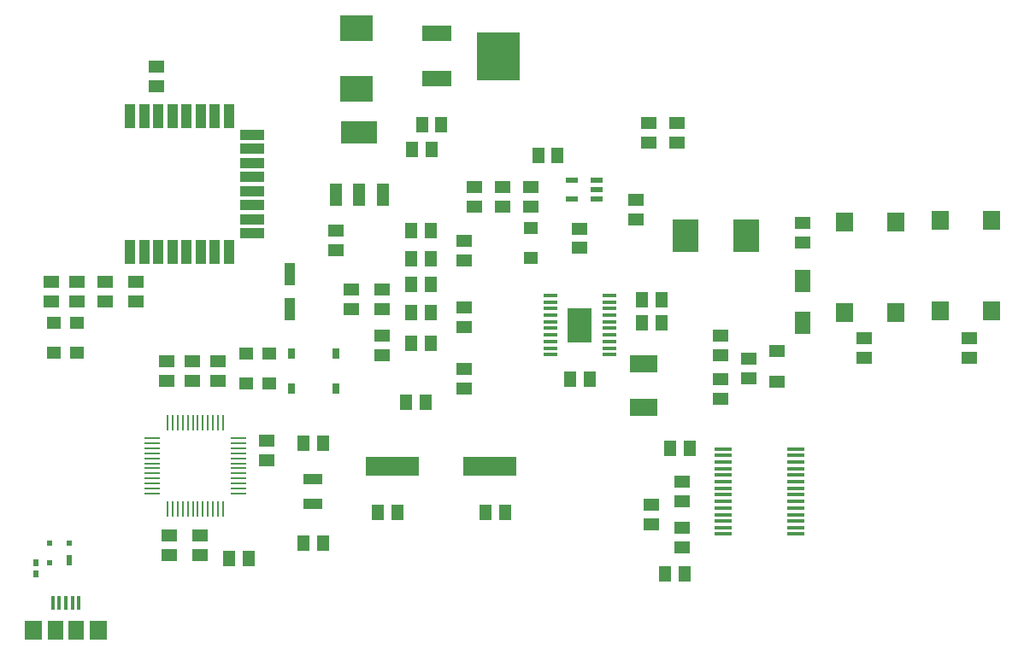
<source format=gbr>
G04 EAGLE Gerber RS-274X export*
G75*
%MOMM*%
%FSLAX34Y34*%
%LPD*%
%INSolderpaste Top*%
%IPPOS*%
%AMOC8*
5,1,8,0,0,1.08239X$1,22.5*%
G01*
%ADD10R,1.500000X1.300000*%
%ADD11R,1.300000X1.500000*%
%ADD12R,1.900000X1.100000*%
%ADD13R,1.600000X1.300000*%
%ADD14R,0.700000X1.100000*%
%ADD15R,1.500000X0.280000*%
%ADD16R,0.280000X1.500000*%
%ADD17R,1.550000X2.200000*%
%ADD18R,1.473200X0.355600*%
%ADD19R,2.387600X3.403600*%
%ADD20R,2.500000X3.250000*%
%ADD21R,2.700000X1.800000*%
%ADD22R,1.219000X2.235000*%
%ADD23R,3.600000X2.200000*%
%ADD24R,3.250000X2.500000*%
%ADD25R,3.000000X1.600000*%
%ADD26R,4.191000X4.826000*%
%ADD27R,1.000000X2.300000*%
%ADD28R,1.651000X0.431800*%
%ADD29R,5.334000X1.930400*%
%ADD30R,1.400000X1.200000*%
%ADD31R,1.000000X2.450000*%
%ADD32R,2.450000X1.000000*%
%ADD33R,0.500000X0.700000*%
%ADD34R,0.600000X1.000000*%
%ADD35R,0.600000X0.600000*%
%ADD36R,1.700000X1.900000*%
%ADD37R,0.400000X1.350000*%
%ADD38R,1.500000X1.900000*%
%ADD39R,1.800000X1.900000*%
%ADD40R,1.200000X0.600000*%


D10*
X256540Y188620D03*
X256540Y207620D03*
X96520Y365100D03*
X96520Y346100D03*
X190500Y113640D03*
X190500Y94640D03*
X127000Y365100D03*
X127000Y346100D03*
D11*
X311760Y106680D03*
X292760Y106680D03*
X292760Y205740D03*
X311760Y205740D03*
D12*
X302260Y169980D03*
X302260Y144980D03*
D13*
X160020Y113640D03*
X160020Y94640D03*
D14*
X325120Y294640D03*
X325120Y259640D03*
X280620Y259640D03*
X280620Y294640D03*
D15*
X227920Y155380D03*
X227920Y160380D03*
X227920Y165380D03*
X227920Y170380D03*
X227920Y175380D03*
X227920Y180380D03*
X227920Y185380D03*
X227920Y190380D03*
X227920Y195380D03*
X227920Y200380D03*
X227920Y205380D03*
X227920Y210380D03*
D16*
X212920Y225380D03*
X207920Y225380D03*
X202920Y225380D03*
X197920Y225380D03*
X192920Y225380D03*
X187920Y225380D03*
X182920Y225380D03*
X177920Y225380D03*
X172920Y225380D03*
X167920Y225380D03*
X162920Y225380D03*
X157920Y225380D03*
D15*
X142920Y210380D03*
X142920Y205380D03*
X142920Y200380D03*
X142920Y195380D03*
X142920Y190380D03*
X142920Y185380D03*
X142920Y180380D03*
X142920Y175380D03*
X142920Y170380D03*
X142920Y165380D03*
X142920Y160380D03*
X142920Y155380D03*
D16*
X157920Y140380D03*
X162920Y140380D03*
X167920Y140380D03*
X172920Y140380D03*
X177920Y140380D03*
X182920Y140380D03*
X187920Y140380D03*
X192920Y140380D03*
X197920Y140380D03*
X202920Y140380D03*
X207920Y140380D03*
X212920Y140380D03*
D17*
X787400Y365940D03*
X787400Y324940D03*
D10*
X787400Y404520D03*
X787400Y423520D03*
D18*
X537210Y351790D03*
X537210Y345440D03*
X537210Y338836D03*
X537210Y332232D03*
X537210Y325882D03*
X537210Y319278D03*
X537210Y312928D03*
X537210Y306324D03*
X537210Y299720D03*
X537210Y293370D03*
X595630Y293370D03*
X595630Y299720D03*
X595630Y306324D03*
X595630Y312928D03*
X595630Y319278D03*
X595630Y325882D03*
X595630Y332232D03*
X595630Y338836D03*
X595630Y345440D03*
X595630Y351790D03*
D19*
X566420Y322580D03*
D10*
X452120Y259740D03*
X452120Y278740D03*
D11*
X399440Y388620D03*
X418440Y388620D03*
X394360Y246380D03*
X413360Y246380D03*
X418440Y416560D03*
X399440Y416560D03*
D10*
X452120Y405740D03*
X452120Y386740D03*
D11*
X556920Y269240D03*
X575920Y269240D03*
D10*
X622300Y446380D03*
X622300Y427380D03*
D20*
X731040Y411480D03*
X671040Y411480D03*
D10*
X662940Y522580D03*
X662940Y503580D03*
X635000Y522580D03*
X635000Y503580D03*
D11*
X628040Y325120D03*
X647040Y325120D03*
X628040Y347980D03*
X647040Y347980D03*
D21*
X629920Y240480D03*
X629920Y284480D03*
D22*
X324870Y451610D03*
X347980Y451610D03*
X371090Y451610D03*
D23*
X347980Y513590D03*
D10*
X325120Y396900D03*
X325120Y415900D03*
D24*
X345440Y616740D03*
X345440Y556740D03*
D25*
X424420Y612080D03*
X424420Y566480D03*
D26*
X485780Y589280D03*
D11*
X418440Y335280D03*
X399440Y335280D03*
D10*
X452120Y320700D03*
X452120Y339700D03*
D11*
X399440Y304800D03*
X418440Y304800D03*
X418440Y363220D03*
X399440Y363220D03*
D10*
X370840Y338480D03*
X370840Y357480D03*
X370840Y311760D03*
X370840Y292760D03*
X340360Y338480D03*
X340360Y357480D03*
D27*
X279400Y372600D03*
X279400Y338350D03*
D28*
X707898Y199644D03*
X707898Y193294D03*
X707898Y186690D03*
X707898Y180340D03*
X707898Y173736D03*
X707898Y167132D03*
X707898Y160782D03*
X707898Y154178D03*
X707898Y147828D03*
X707898Y141224D03*
X707898Y134620D03*
X707898Y128270D03*
X707898Y121666D03*
X707898Y115316D03*
X780542Y115316D03*
X780542Y121666D03*
X780542Y128270D03*
X780542Y134620D03*
X780542Y141224D03*
X780542Y147828D03*
X780542Y154178D03*
X780542Y160782D03*
X780542Y167132D03*
X780542Y173736D03*
X780542Y180340D03*
X780542Y186690D03*
X780542Y193294D03*
X780542Y199644D03*
D10*
X706120Y311760D03*
X706120Y292760D03*
X706120Y268580D03*
X706120Y249580D03*
X734060Y288900D03*
X734060Y269900D03*
X668020Y102260D03*
X668020Y121260D03*
X668020Y147980D03*
X668020Y166980D03*
X637540Y144120D03*
X637540Y125120D03*
D13*
X762000Y266700D03*
X762000Y297180D03*
D11*
X674980Y200660D03*
X655980Y200660D03*
X669900Y76200D03*
X650900Y76200D03*
X473100Y137160D03*
X492100Y137160D03*
X385420Y137160D03*
X366420Y137160D03*
D29*
X477520Y182880D03*
X381000Y182880D03*
D10*
X157480Y267360D03*
X157480Y286360D03*
X208280Y267360D03*
X208280Y286360D03*
X182880Y267360D03*
X182880Y286360D03*
D11*
X219100Y91440D03*
X238100Y91440D03*
D10*
X848360Y290220D03*
X848360Y309220D03*
X952500Y290220D03*
X952500Y309220D03*
D30*
X518160Y418860D03*
X518160Y388860D03*
D10*
X518160Y440080D03*
X518160Y459080D03*
X490220Y440080D03*
X490220Y459080D03*
X462280Y440080D03*
X462280Y459080D03*
D30*
X259080Y294400D03*
X259080Y264400D03*
X236220Y294400D03*
X236220Y264400D03*
D31*
X120840Y395230D03*
X134840Y395230D03*
X148840Y395230D03*
X162840Y395230D03*
X176840Y395230D03*
X190840Y395230D03*
X204840Y395230D03*
X218840Y395230D03*
D32*
X241790Y413280D03*
X241790Y427280D03*
X241790Y441280D03*
X241790Y455280D03*
X241790Y469280D03*
X241790Y483280D03*
X241790Y497280D03*
X241790Y511280D03*
D31*
X218840Y529330D03*
X204840Y529330D03*
X190840Y529330D03*
X176840Y529330D03*
X162840Y529330D03*
X148840Y529330D03*
X134840Y529330D03*
X120840Y529330D03*
D13*
X147320Y578460D03*
X147320Y559460D03*
D10*
X68580Y346100D03*
X68580Y365100D03*
X43180Y346100D03*
X43180Y365100D03*
D30*
X68580Y324880D03*
X68580Y294880D03*
X45720Y324880D03*
X45720Y294880D03*
D33*
X27940Y75780D03*
X27940Y86780D03*
D34*
X60300Y89020D03*
D35*
X60300Y106020D03*
X41300Y106020D03*
X41300Y87020D03*
D36*
X879448Y424730D03*
X828448Y424730D03*
X828448Y334730D03*
X879448Y334730D03*
X974190Y426254D03*
X923190Y426254D03*
X923190Y336254D03*
X974190Y336254D03*
D37*
X44150Y47070D03*
X50650Y47070D03*
X57150Y47070D03*
X63650Y47070D03*
X70150Y47070D03*
D38*
X47150Y20320D03*
X67150Y20320D03*
D39*
X25150Y20320D03*
X89150Y20320D03*
D11*
X400456Y496570D03*
X419456Y496570D03*
X410108Y521208D03*
X429108Y521208D03*
D40*
X582984Y447446D03*
X582984Y456946D03*
X582984Y466446D03*
X557984Y466446D03*
X557984Y447446D03*
D11*
X525424Y490982D03*
X544424Y490982D03*
D10*
X565912Y417932D03*
X565912Y398932D03*
M02*

</source>
